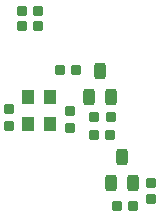
<source format=gbp>
G04*
G04 #@! TF.GenerationSoftware,Altium Limited,Altium Designer,23.3.1 (30)*
G04*
G04 Layer_Color=128*
%FSLAX44Y44*%
%MOMM*%
G71*
G04*
G04 #@! TF.SameCoordinates,DF4BE222-8F2C-4444-88BE-FDE14E9DB007*
G04*
G04*
G04 #@! TF.FilePolarity,Positive*
G04*
G01*
G75*
G04:AMPARAMS|DCode=16|XSize=0.85mm|YSize=0.85mm|CornerRadius=0.2125mm|HoleSize=0mm|Usage=FLASHONLY|Rotation=0.000|XOffset=0mm|YOffset=0mm|HoleType=Round|Shape=RoundedRectangle|*
%AMROUNDEDRECTD16*
21,1,0.8500,0.4250,0,0,0.0*
21,1,0.4250,0.8500,0,0,0.0*
1,1,0.4250,0.2125,-0.2125*
1,1,0.4250,-0.2125,-0.2125*
1,1,0.4250,-0.2125,0.2125*
1,1,0.4250,0.2125,0.2125*
%
%ADD16ROUNDEDRECTD16*%
G04:AMPARAMS|DCode=17|XSize=0.85mm|YSize=0.85mm|CornerRadius=0.2125mm|HoleSize=0mm|Usage=FLASHONLY|Rotation=90.000|XOffset=0mm|YOffset=0mm|HoleType=Round|Shape=RoundedRectangle|*
%AMROUNDEDRECTD17*
21,1,0.8500,0.4250,0,0,90.0*
21,1,0.4250,0.8500,0,0,90.0*
1,1,0.4250,0.2125,0.2125*
1,1,0.4250,0.2125,-0.2125*
1,1,0.4250,-0.2125,-0.2125*
1,1,0.4250,-0.2125,0.2125*
%
%ADD17ROUNDEDRECTD17*%
G04:AMPARAMS|DCode=46|XSize=1mm|YSize=1.4mm|CornerRadius=0.25mm|HoleSize=0mm|Usage=FLASHONLY|Rotation=180.000|XOffset=0mm|YOffset=0mm|HoleType=Round|Shape=RoundedRectangle|*
%AMROUNDEDRECTD46*
21,1,1.0000,0.9000,0,0,180.0*
21,1,0.5000,1.4000,0,0,180.0*
1,1,0.5000,-0.2500,0.4500*
1,1,0.5000,0.2500,0.4500*
1,1,0.5000,0.2500,-0.4500*
1,1,0.5000,-0.2500,-0.4500*
%
%ADD46ROUNDEDRECTD46*%
%ADD47R,1.0500X1.3000*%
D16*
X119000Y478000D02*
D03*
Y464000D02*
D03*
X170000Y462000D02*
D03*
Y476000D02*
D03*
X238750Y401500D02*
D03*
Y415500D02*
D03*
D17*
X175500Y510750D02*
D03*
X161500D02*
D03*
X191000Y471000D02*
D03*
X205000D02*
D03*
X190500Y456000D02*
D03*
X204500D02*
D03*
X143250Y561250D02*
D03*
X129250D02*
D03*
Y548250D02*
D03*
X143250D02*
D03*
X223750Y395750D02*
D03*
X209750D02*
D03*
D46*
X195750Y510500D02*
D03*
X186250Y488500D02*
D03*
X205250D02*
D03*
X214500Y437500D02*
D03*
X205000Y415500D02*
D03*
X224000D02*
D03*
D47*
X153500Y488500D02*
D03*
X135000D02*
D03*
Y465500D02*
D03*
X153500D02*
D03*
M02*

</source>
